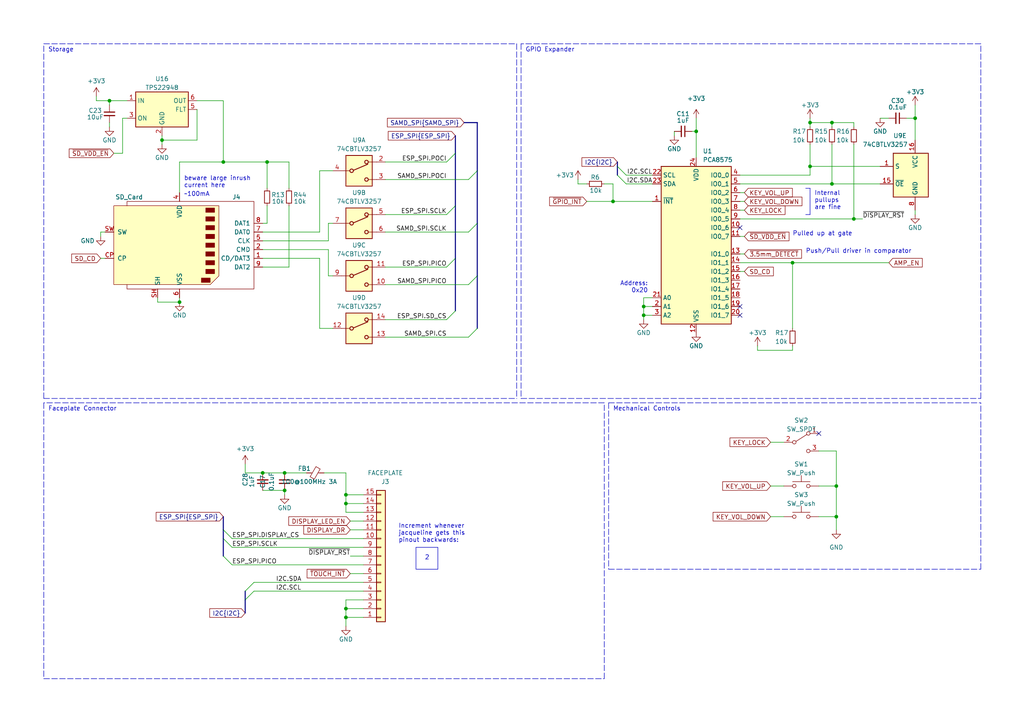
<source format=kicad_sch>
(kicad_sch (version 20230121) (generator eeschema)
  (paper "A4")
  (title_block (title "TANGARA") (date "2023-05-30") (rev "4") (company "made by jacqueline") (comment 1 "SPDX-License-Identifier: CERN-OHL-S-2.0"))
  (lib_symbols
    (symbol "74xx:74CBTLV3257"
      (property "Reference" "U" (at 17.78 1.27 0))
      (property "Value" "74CBTLV3257" (at 15.24 -1.27 0))
      (symbol "74CBTLV3257_1_1"
        (rectangle (start -3.81 4.445) (end 3.81 -4.445) (stroke (width 0.254)) (fill (type background)))
        (circle (center -2.159 0) (radius 0.508) (stroke (width 0.254)))
        (polyline (pts (xy -5.08 0) (xy -2.794 0)))
        (polyline (pts (xy -1.651 0.127) (xy 2.54 1.905)) (stroke (width 0.254)))
        (polyline (pts (xy 5.08 -2.54) (xy 2.794 -2.54)))
        (polyline (pts (xy 5.08 2.54) (xy 2.794 2.54)))
        (circle (center 2.159 -2.54) (radius 0.508) (stroke (width 0.254)))
        (circle (center 2.159 2.54) (radius 0.508) (stroke (width 0.254)))
        (pin passive line (at 7.62 2.54 180) (length 2.54) (name "~") (number "2"))
        (pin passive line (at 7.62 -2.54 180) (length 2.54) (name "~") (number "3"))
        (pin passive line (at -7.62 0 0) (length 2.54) (name "~") (number "4"))
      )
      (symbol "74CBTLV3257_2_1"
        (rectangle (start -3.81 4.445) (end 3.81 -4.445) (stroke (width 0.254)) (fill (type background)))
        (circle (center -2.159 0) (radius 0.508) (stroke (width 0.254)))
        (polyline (pts (xy -5.08 0) (xy -2.794 0)))
        (polyline (pts (xy -1.651 0.127) (xy 2.54 1.905)) (stroke (width 0.254)))
        (polyline (pts (xy 5.08 -2.54) (xy 2.794 -2.54)))
        (polyline (pts (xy 5.08 2.54) (xy 2.794 2.54)))
        (circle (center 2.159 -2.54) (radius 0.508) (stroke (width 0.254)))
        (circle (center 2.159 2.54) (radius 0.508) (stroke (width 0.254)))
        (pin passive line (at 7.62 2.54 180) (length 2.54) (name "~") (number "5"))
        (pin passive line (at 7.62 -2.54 180) (length 2.54) (name "~") (number "6"))
        (pin passive line (at -7.62 0 0) (length 2.54) (name "~") (number "7"))
      )
      (symbol "74CBTLV3257_3_1"
        (rectangle (start -3.81 4.445) (end 3.81 -4.445) (stroke (width 0.254)) (fill (type background)))
        (circle (center -2.159 0) (radius 0.508) (stroke (width 0.254)))
        (polyline (pts (xy -5.08 0) (xy -2.794 0)))
        (polyline (pts (xy -1.651 0.127) (xy 2.54 1.905)) (stroke (width 0.254)))
        (polyline (pts (xy 5.08 -2.54) (xy 2.794 -2.54)))
        (polyline (pts (xy 5.08 2.54) (xy 2.794 2.54)))
        (circle (center 2.159 -2.54) (radius 0.508) (stroke (width 0.254)))
        (circle (center 2.159 2.54) (radius 0.508) (stroke (width 0.254)))
        (pin passive line (at 7.62 -2.54 180) (length 2.54) (name "~") (number "10"))
        (pin passive line (at 7.62 2.54 180) (length 2.54) (name "~") (number "11"))
        (pin passive line (at -7.62 0 0) (length 2.54) (name "~") (number "9"))
      )
      (symbol "74CBTLV3257_4_1"
        (rectangle (start -3.81 4.445) (end 3.81 -4.445) (stroke (width 0.254)) (fill (type background)))
        (circle (center -2.159 0) (radius 0.508) (stroke (width 0.254)))
        (polyline (pts (xy -5.08 0) (xy -2.794 0)))
        (polyline (pts (xy -1.651 0.127) (xy 2.54 1.905)) (stroke (width 0.254)))
        (polyline (pts (xy 5.08 -2.54) (xy 2.794 -2.54)))
        (polyline (pts (xy 5.08 2.54) (xy 2.794 2.54)))
        (circle (center 2.159 -2.54) (radius 0.508) (stroke (width 0.254)))
        (circle (center 2.159 2.54) (radius 0.508) (stroke (width 0.254)))
        (pin passive line (at -7.62 0 0) (length 2.54) (name "~") (number "12"))
        (pin passive line (at 7.62 -2.54 180) (length 2.54) (name "~") (number "13"))
        (pin passive line (at 7.62 2.54 180) (length 2.54) (name "~") (number "14"))
      )
      (symbol "74CBTLV3257_5_1"
        (rectangle (start 3.81 6.35) (end -6.35 -6.35) (stroke (width 0.254)) (fill (type background)))
        (pin input line (at -10.16 2.54 0) (length 3.81) (name "S") (number "1"))
        (pin input line (at -10.16 -2.54 0) (length 3.81) (name "~{OE}") (number "15"))
        (pin power_in line (at 0 10.16 270) (length 3.81) (name "VCC") (number "16"))
        (pin power_in line (at 0 -10.16 90) (length 3.81) (name "GND") (number "8"))
      )
    )
    (symbol "Connector_Generic:Conn_01x15" (pin_names (offset 1.016) hide)
      (property "Reference" "J" (at 0 20.32 0))
      (property "Value" "Conn_01x15" (at 0 -20.32 0))
      (symbol "Conn_01x15_1_1"
        (rectangle (start -1.27 -17.653) (end 0 -17.907) (stroke (width 0.1524)))
        (rectangle (start -1.27 -15.113) (end 0 -15.367) (stroke (width 0.1524)))
        (rectangle (start -1.27 -12.573) (end 0 -12.827) (stroke (width 0.1524)))
        (rectangle (start -1.27 -10.033) (end 0 -10.287) (stroke (width 0.1524)))
        (rectangle (start -1.27 -7.493) (end 0 -7.747) (stroke (width 0.1524)))
        (rectangle (start -1.27 -4.953) (end 0 -5.207) (stroke (width 0.1524)))
        (rectangle (start -1.27 -2.413) (end 0 -2.667) (stroke (width 0.1524)))
        (rectangle (start -1.27 0.127) (end 0 -0.127) (stroke (width 0.1524)))
        (rectangle (start -1.27 2.667) (end 0 2.413) (stroke (width 0.1524)))
        (rectangle (start -1.27 5.207) (end 0 4.953) (stroke (width 0.1524)))
        (rectangle (start -1.27 7.747) (end 0 7.493) (stroke (width 0.1524)))
        (rectangle (start -1.27 10.287) (end 0 10.033) (stroke (width 0.1524)))
        (rectangle (start -1.27 12.827) (end 0 12.573) (stroke (width 0.1524)))
        (rectangle (start -1.27 15.367) (end 0 15.113) (stroke (width 0.1524)))
        (rectangle (start -1.27 17.907) (end 0 17.653) (stroke (width 0.1524)))
        (rectangle (start -1.27 19.05) (end 1.27 -19.05) (stroke (width 0.254)) (fill (type background)))
        (pin passive line (at -5.08 17.78 0) (length 3.81) (name "Pin_1") (number "1"))
        (pin passive line (at -5.08 -5.08 0) (length 3.81) (name "Pin_10") (number "10"))
        (pin passive line (at -5.08 -7.62 0) (length 3.81) (name "Pin_11") (number "11"))
        (pin passive line (at -5.08 -10.16 0) (length 3.81) (name "Pin_12") (number "12"))
        (pin passive line (at -5.08 -12.7 0) (length 3.81) (name "Pin_13") (number "13"))
        (pin passive line (at -5.08 -15.24 0) (length 3.81) (name "Pin_14") (number "14"))
        (pin passive line (at -5.08 -17.78 0) (length 3.81) (name "Pin_15") (number "15"))
        (pin passive line (at -5.08 15.24 0) (length 3.81) (name "Pin_2") (number "2"))
        (pin passive line (at -5.08 12.7 0) (length 3.81) (name "Pin_3") (number "3"))
        (pin passive line (at -5.08 10.16 0) (length 3.81) (name "Pin_4") (number "4"))
        (pin passive line (at -5.08 7.62 0) (length 3.81) (name "Pin_5") (number "5"))
        (pin passive line (at -5.08 5.08 0) (length 3.81) (name "Pin_6") (number "6"))
        (pin passive line (at -5.08 2.54 0) (length 3.81) (name "Pin_7") (number "7"))
        (pin passive line (at -5.08 0 0) (length 3.81) (name "Pin_8") (number "8"))
        (pin passive line (at -5.08 -2.54 0) (length 3.81) (name "Pin_9") (number "9"))
      )
    )
    (symbol "Device:C_Small" (pin_numbers hide) (pin_names (offset 0.254) hide)
      (property "Reference" "C" (at 0.254 1.778 0))
      (property "Value" "C_Small" (at 0.254 -2.032 0))
      (symbol "C_Small_0_1"
        (polyline (pts (xy -1.524 -0.508) (xy 1.524 -0.508)) (stroke (width 0.3302)))
        (polyline (pts (xy -1.524 0.508) (xy 1.524 0.508)) (stroke (width 0.3048)))
      )
      (symbol "C_Small_1_1"
        (pin passive line (at 0 2.54 270) (length 2.032) (name "~") (number "1"))
        (pin passive line (at 0 -2.54 90) (length 2.032) (name "~") (number "2"))
      )
    )
    (symbol "Device:Ferrite_Bead_Small" (pin_numbers hide) (pin_names (offset 0))
      (property "Reference" "FB" (at 1.905 1.27 0))
      (property "Value" "Device_Ferrite_Bead_Small" (at 1.905 -1.27 0))
      (symbol "Ferrite_Bead_Small_0_1"
        (polyline (pts (xy 0 -1.27) (xy 0 -0.7874)))
        (polyline (pts (xy 0 0.889) (xy 0 1.2954)))
        (polyline (pts (xy -1.8288 0.2794) (xy -1.1176 1.4986) (xy 1.8288 -0.2032) (xy 1.1176 -1.4224) (xy -1.8288 0.2794)))
      )
      (symbol "Ferrite_Bead_Small_1_1"
        (pin passive line (at 0 2.54 270) (length 1.27) (name "~") (number "1"))
        (pin passive line (at 0 -2.54 90) (length 1.27) (name "~") (number "2"))
      )
    )
    (symbol "Device:R_Small" (pin_numbers hide) (pin_names (offset 0.254) hide)
      (property "Reference" "R" (at 0.762 0.508 0))
      (property "Value" "R_Small" (at 0.762 -1.016 0))
      (symbol "R_Small_0_1"
        (rectangle (start -0.762 1.778) (end 0.762 -1.778) (stroke (width 0.2032)))
      )
      (symbol "R_Small_1_1"
        (pin passive line (at 0 2.54 270) (length 0.762) (name "~") (number "1"))
        (pin passive line (at 0 -2.54 90) (length 0.762) (name "~") (number "2"))
      )
    )
    (symbol "Interface_Expansion:PCA9555D"
      (property "Reference" "U" (at -8.89 24.13 0))
      (property "Value" "PCA9555D" (at 6.35 24.13 0))
      (symbol "PCA9555D_0_1"
        (rectangle (start -10.16 22.86) (end 10.16 -22.86) (stroke (width 0.254)) (fill (type background)))
      )
      (symbol "PCA9555D_1_1"
        (pin open_collector line (at -12.7 12.7 0) (length 2.54) (name "~{INT}") (number "1"))
        (pin bidirectional line (at 12.7 5.08 180) (length 2.54) (name "IO0_6") (number "10"))
        (pin bidirectional line (at 12.7 2.54 180) (length 2.54) (name "IO0_7") (number "11"))
        (pin power_in line (at 0 -25.4 90) (length 2.54) (name "VSS") (number "12"))
        (pin bidirectional line (at 12.7 -2.54 180) (length 2.54) (name "IO1_0") (number "13"))
        (pin bidirectional line (at 12.7 -5.08 180) (length 2.54) (name "IO1_1") (number "14"))
        (pin bidirectional line (at 12.7 -7.62 180) (length 2.54) (name "IO1_2") (number "15"))
        (pin bidirectional line (at 12.7 -10.16 180) (length 2.54) (name "IO1_3") (number "16"))
        (pin bidirectional line (at 12.7 -12.7 180) (length 2.54) (name "IO1_4") (number "17"))
        (pin bidirectional line (at 12.7 -15.24 180) (length 2.54) (name "IO1_5") (number "18"))
        (pin bidirectional line (at 12.7 -17.78 180) (length 2.54) (name "IO1_6") (number "19"))
        (pin input line (at -12.7 -17.78 0) (length 2.54) (name "A1") (number "2"))
        (pin bidirectional line (at 12.7 -20.32 180) (length 2.54) (name "IO1_7") (number "20"))
        (pin input line (at -12.7 -15.24 0) (length 2.54) (name "A0") (number "21"))
        (pin input line (at -12.7 20.32 0) (length 2.54) (name "SCL") (number "22"))
        (pin bidirectional line (at -12.7 17.78 0) (length 2.54) (name "SDA") (number "23"))
        (pin power_in line (at 0 25.4 270) (length 2.54) (name "VDD") (number "24"))
        (pin input line (at -12.7 -20.32 0) (length 2.54) (name "A2") (number "3"))
        (pin bidirectional line (at 12.7 20.32 180) (length 2.54) (name "IO0_0") (number "4"))
        (pin bidirectional line (at 12.7 17.78 180) (length 2.54) (name "IO0_1") (number "5"))
        (pin bidirectional line (at 12.7 15.24 180) (length 2.54) (name "IO0_2") (number "6"))
        (pin bidirectional line (at 12.7 12.7 180) (length 2.54) (name "IO0_3") (number "7"))
        (pin bidirectional line (at 12.7 10.16 180) (length 2.54) (name "IO0_4") (number "8"))
        (pin bidirectional line (at 12.7 7.62 180) (length 2.54) (name "IO0_5") (number "9"))
      )
    )
    (symbol "Switch:SW_Push" (pin_numbers hide) (pin_names (offset 1.016) hide)
      (property "Reference" "SW" (at 1.27 2.54 0))
      (property "Value" "SW_Push" (at 0 -1.524 0))
      (symbol "SW_Push_0_1"
        (circle (center -2.032 0) (radius 0.508))
        (polyline (pts (xy 0 1.27) (xy 0 3.048)))
        (polyline (pts (xy 2.54 1.27) (xy -2.54 1.27)))
        (circle (center 2.032 0) (radius 0.508))
        (pin passive line (at -5.08 0 0) (length 2.54) (name "1") (number "1"))
        (pin passive line (at 5.08 0 180) (length 2.54) (name "2") (number "2"))
      )
    )
    (symbol "Switch:SW_SPDT" (pin_names (offset 0) hide)
      (property "Reference" "SW" (at 0 4.318 0))
      (property "Value" "SW_SPDT" (at 0 -5.08 0))
      (symbol "SW_SPDT_0_0"
        (circle (center -2.032 0) (radius 0.508))
        (circle (center 2.032 -2.54) (radius 0.508))
      )
      (symbol "SW_SPDT_0_1"
        (polyline (pts (xy -1.524 0.254) (xy 1.651 2.286)))
        (circle (center 2.032 2.54) (radius 0.508))
      )
      (symbol "SW_SPDT_1_1"
        (pin passive line (at 5.08 2.54 180) (length 2.54) (name "A") (number "1"))
        (pin passive line (at -5.08 0 0) (length 2.54) (name "B") (number "2"))
        (pin passive line (at 5.08 -2.54 180) (length 2.54) (name "C") (number "3"))
      )
    )
    (symbol "power:+3V3" (power) (pin_names (offset 0))
      (property "Value" "+3V3" (at 0 3.556 0))
      (symbol "+3V3_0_1"
        (polyline (pts (xy -0.762 1.27) (xy 0 2.54)))
        (polyline (pts (xy 0 0) (xy 0 2.54)))
        (polyline (pts (xy 0 2.54) (xy 0.762 1.27)))
      )
      (symbol "+3V3_1_1"
        (pin power_in line (at 0 0 90) (length 0) hide (name "+3V3") (number "1"))
      )
    )
    (symbol "power:GND" (power) (pin_names (offset 0))
      (property "Value" "GND" (at 0 -3.81 0))
      (symbol "GND_0_1"
        (polyline (pts (xy 0 0) (xy 0 -1.27) (xy 1.27 -1.27) (xy 0 -2.54) (xy -1.27 -1.27) (xy 0 -1.27)))
      )
      (symbol "GND_1_1"
        (pin power_in line (at 0 0 270) (length 0) hide (name "GND") (number "1"))
      )
    )
    (symbol "symbols:SD_Card" (pin_names (offset 1.016))
      (property "Reference" "J" (at -16.51 13.97 0))
      (property "Value" "SD_Card" (at 15.24 -13.97 0))
      (symbol "SD_Card_0_1"
        (rectangle (start -8.89 -9.525) (end -6.35 -10.795) (fill (type outline)))
        (rectangle (start -8.89 -6.985) (end -6.35 -8.255) (fill (type outline)))
        (rectangle (start -8.89 -4.445) (end -6.35 -5.715) (fill (type outline)))
        (rectangle (start -8.89 -1.905) (end -6.35 -3.175) (fill (type outline)))
        (rectangle (start -8.89 0.635) (end -6.35 -0.635) (fill (type outline)))
        (rectangle (start -8.89 3.175) (end -6.35 1.905) (fill (type outline)))
        (rectangle (start -8.89 5.715) (end -6.35 4.445) (fill (type outline)))
        (rectangle (start -8.89 8.255) (end -6.35 6.985) (fill (type outline)))
        (rectangle (start -7.62 10.795) (end -5.08 9.525) (fill (type outline)))
        (polyline (pts (xy -10.16 8.89) (xy -7.62 11.43) (xy 20.32 11.43) (xy 20.32 -11.43) (xy -10.16 -11.43) (xy -10.16 8.89)) (fill (type background)))
        (polyline (pts (xy 16.51 11.43) (xy 16.51 12.7) (xy -20.32 12.7) (xy -20.32 -12.7) (xy 16.51 -12.7) (xy 16.51 -11.43)))
      )
      (symbol "SD_Card_1_1"
        (pin input line (at -22.86 3.81 0) (length 2.54) (name "CD/DAT3") (number "1"))
        (pin input line (at -22.86 1.27 0) (length 2.54) (name "CMD") (number "2"))
        (pin power_in line (at 1.27 15.24 270) (length 2.54) hide (name "VSS") (number "3"))
        (pin power_in line (at 1.27 -15.24 90) (length 2.54) (name "VDD") (number "4"))
        (pin input line (at -22.86 -1.27 0) (length 2.54) (name "CLK") (number "5"))
        (pin power_in line (at 1.27 15.24 270) (length 2.54) (name "VSS") (number "6"))
        (pin input line (at -22.86 -3.81 0) (length 2.54) (name "DAT0") (number "7"))
        (pin input line (at -22.86 -6.35 0) (length 2.54) (name "DAT1") (number "8"))
        (pin input line (at -22.86 6.35 0) (length 2.54) (name "DAT2") (number "9"))
        (pin input line (at 22.86 3.81 180) (length 2.54) (name "CP") (number "CP"))
        (pin input line (at 7.62 15.24 270) (length 2.54) (name "SH") (number "SH"))
        (pin input line (at 22.86 -3.81 180) (length 2.54) (name "SW") (number "SW"))
      )
    )
    (symbol "symbols:TPS22917DBV"
      (property "Reference" "U" (at -6.35 6.35 0))
      (property "Value" "TPS22948" (at 2.54 6.35 0))
      (symbol "TPS22917DBV_0_1"
        (rectangle (start -7.62 5.08) (end 7.62 -5.08) (stroke (width 0.254)) (fill (type background)))
      )
      (symbol "TPS22917DBV_1_1"
        (pin power_in line (at -10.16 2.54 0) (length 2.54) (name "IN") (number "1"))
        (pin power_in line (at 0 -7.62 90) (length 2.54) (name "GND") (number "2"))
        (pin input line (at -10.16 -2.54 0) (length 2.54) (name "ON") (number "3"))
        (pin no_connect line (at -7.62 0 0) (length 2.54) hide (name "NC") (number "4"))
        (pin open_collector line (at 10.16 0 180) (length 2.54) (name "FLT") (number "5"))
        (pin power_out line (at 10.16 2.54 180) (length 2.54) (name "OUT") (number "6"))
      )
    )
  )
  (junction (at 82.55 137.16))
  (junction (at 186.69 91.44))
  (junction (at 100.33 146.05))
  (junction (at 46.99 40.64))
  (junction (at 64.77 46.99))
  (junction (at 52.07 87.63))
  (junction (at 100.33 176.53))
  (junction (at 234.95 48.26))
  (junction (at 100.33 179.07))
  (junction (at 265.43 34.29))
  (junction (at 76.2 137.16))
  (junction (at 82.55 142.24))
  (junction (at 242.57 149.86))
  (junction (at 234.95 35.56))
  (junction (at 241.3 53.34))
  (junction (at 100.33 143.51))
  (junction (at 229.87 76.2))
  (junction (at 31.75 29.21))
  (junction (at 201.93 38.1))
  (junction (at 186.69 88.9))
  (junction (at 241.3 35.56))
  (junction (at 247.65 63.5))
  (junction (at 242.57 140.97))
  (junction (at 77.47 46.99))
  (junction (at 177.8 58.42))
  (no_connect (at 214.63 91.44))
  (no_connect (at 237.49 125.73))
  (no_connect (at 214.63 88.9))
  (no_connect (at 214.63 66.04))
  (bus_entry (at 67.31 158.75) (size -2.54 -2.54))
  (bus_entry (at 179.07 48.26) (size 2.54 2.54))
  (bus_entry (at 129.54 77.47) (size 2.54 -2.54))
  (bus_entry (at 129.54 92.71) (size 2.54 -2.54))
  (bus_entry (at 129.54 46.99) (size 2.54 -2.54))
  (bus_entry (at 129.54 62.23) (size 2.54 -2.54))
  (bus_entry (at 179.07 50.8) (size 2.54 2.54))
  (bus_entry (at 135.89 52.07) (size 2.54 -2.54))
  (bus_entry (at 135.89 82.55) (size 2.54 -2.54))
  (bus_entry (at 135.89 67.31) (size 2.54 -2.54))
  (bus_entry (at 67.31 163.83) (size -2.54 -2.54))
  (bus_entry (at 71.12 171.45) (size 2.54 -2.54))
  (bus_entry (at 71.12 173.99) (size 2.54 -2.54))
  (bus_entry (at 135.89 97.79) (size 2.54 -2.54))
  (bus_entry (at 67.31 156.21) (size -2.54 -2.54))
  (wire (pts (xy 186.69 88.9) (xy 186.69 91.44)))
  (wire (pts (xy 186.69 91.44) (xy 186.69 92.71)))
  (bus (pts (xy 64.77 153.67) (xy 64.77 156.21)))
  (wire (pts (xy 242.57 140.97) (xy 242.57 149.86)))
  (wire (pts (xy 67.31 156.21) (xy 105.41 156.21)))
  (polyline (pts (xy 12.7 12.7) (xy 149.86 12.7)) (stroke (width 0) (type dash)))
  (polyline (pts (xy 176.53 116.84) (xy 176.53 165.1)) (stroke (width 0) (type dash)))
  (wire (pts (xy 219.71 100.33) (xy 219.71 101.6)))
  (wire (pts (xy 93.98 137.16) (xy 100.33 137.16)))
  (wire (pts (xy 237.49 130.81) (xy 242.57 130.81)))
  (wire (pts (xy 234.95 41.91) (xy 234.95 48.26)))
  (wire (pts (xy 76.2 142.24) (xy 82.55 142.24)))
  (wire (pts (xy 250.19 63.5) (xy 247.65 63.5)))
  (bus (pts (xy 134.62 35.56) (xy 138.43 35.56)))
  (polyline (pts (xy 234.95 62.23) (xy 234.95 54.61)))
  (wire (pts (xy 100.33 179.07) (xy 105.41 179.07)))
  (bus (pts (xy 71.12 171.45) (xy 71.12 173.99)))
  (wire (pts (xy 52.07 87.63) (xy 52.07 86.36)))
  (wire (pts (xy 265.43 30.48) (xy 265.43 34.29)))
  (wire (pts (xy 201.93 34.29) (xy 201.93 38.1)))
  (wire (pts (xy 92.71 49.53) (xy 92.71 67.31)))
  (wire (pts (xy 57.15 40.64) (xy 46.99 40.64)))
  (wire (pts (xy 214.63 76.2) (xy 229.87 76.2)))
  (wire (pts (xy 57.15 29.21) (xy 64.77 29.21)))
  (wire (pts (xy 101.6 153.67) (xy 105.41 153.67)))
  (wire (pts (xy 177.8 53.34) (xy 177.8 58.42)))
  (wire (pts (xy 77.47 46.99) (xy 83.82 46.99)))
  (bus (pts (xy 132.08 44.45) (xy 132.08 59.69)))
  (wire (pts (xy 234.95 50.8) (xy 234.95 48.26)))
  (wire (pts (xy 31.75 35.56) (xy 31.75 36.83)))
  (wire (pts (xy 242.57 130.81) (xy 242.57 140.97)))
  (wire (pts (xy 175.26 53.34) (xy 177.8 53.34)))
  (wire (pts (xy 241.3 35.56) (xy 247.65 35.56)))
  (polyline (pts (xy 176.53 116.84) (xy 284.48 116.84)) (stroke (width 0) (type dash)))
  (wire (pts (xy 214.63 58.42) (xy 215.9 58.42)))
  (wire (pts (xy 35.56 34.29) (xy 35.56 44.45)))
  (wire (pts (xy 170.18 58.42) (xy 177.8 58.42)))
  (wire (pts (xy 214.63 53.34) (xy 241.3 53.34)))
  (wire (pts (xy 95.25 72.39) (xy 95.25 80.01)))
  (polyline (pts (xy 151.13 12.7) (xy 151.13 115.57)) (stroke (width 0) (type dash)))
  (wire (pts (xy 247.65 41.91) (xy 247.65 63.5)))
  (wire (pts (xy 76.2 137.16) (xy 82.55 137.16)))
  (wire (pts (xy 100.33 181.61) (xy 100.33 179.07)))
  (wire (pts (xy 67.31 158.75) (xy 105.41 158.75)))
  (wire (pts (xy 181.61 53.34) (xy 189.23 53.34)))
  (wire (pts (xy 31.75 29.21) (xy 31.75 30.48)))
  (wire (pts (xy 100.33 176.53) (xy 100.33 179.07)))
  (wire (pts (xy 92.71 74.93) (xy 92.71 95.25)))
  (wire (pts (xy 100.33 137.16) (xy 100.33 143.51)))
  (wire (pts (xy 45.72 86.36) (xy 45.72 87.63)))
  (wire (pts (xy 111.76 97.79) (xy 135.89 97.79)))
  (wire (pts (xy 167.64 53.34) (xy 170.18 53.34)))
  (wire (pts (xy 76.2 67.31) (xy 92.71 67.31)))
  (wire (pts (xy 29.21 67.31) (xy 29.21 68.58)))
  (polyline (pts (xy 151.13 115.57) (xy 284.48 115.57)) (stroke (width 0) (type dash)))
  (wire (pts (xy 71.12 137.16) (xy 76.2 137.16)))
  (wire (pts (xy 46.99 39.37) (xy 46.99 40.64)))
  (wire (pts (xy 247.65 35.56) (xy 247.65 36.83)))
  (bus (pts (xy 132.08 74.93) (xy 132.08 90.17)))
  (wire (pts (xy 189.23 88.9) (xy 186.69 88.9)))
  (wire (pts (xy 64.77 29.21) (xy 64.77 46.99)))
  (wire (pts (xy 189.23 86.36) (xy 186.69 86.36)))
  (wire (pts (xy 237.49 140.97) (xy 242.57 140.97)))
  (wire (pts (xy 200.66 38.1) (xy 201.93 38.1)))
  (bus (pts (xy 138.43 35.56) (xy 138.43 49.53)))
  (wire (pts (xy 95.25 80.01) (xy 96.52 80.01)))
  (wire (pts (xy 71.12 134.62) (xy 71.12 137.16)))
  (wire (pts (xy 229.87 100.33) (xy 229.87 101.6)))
  (bus (pts (xy 179.07 46.99) (xy 179.07 48.26)))
  (wire (pts (xy 101.6 161.29) (xy 105.41 161.29)))
  (wire (pts (xy 92.71 95.25) (xy 96.52 95.25)))
  (wire (pts (xy 33.02 44.45) (xy 35.56 44.45)))
  (wire (pts (xy 64.77 46.99) (xy 77.47 46.99)))
  (polyline (pts (xy 284.48 165.1) (xy 284.48 116.84)) (stroke (width 0) (type dash)))
  (wire (pts (xy 215.9 68.58) (xy 214.63 68.58)))
  (wire (pts (xy 255.27 34.29) (xy 257.81 34.29)))
  (wire (pts (xy 77.47 46.99) (xy 77.47 54.61)))
  (wire (pts (xy 214.63 55.88) (xy 215.9 55.88)))
  (wire (pts (xy 95.25 69.85) (xy 95.25 64.77)))
  (wire (pts (xy 234.95 48.26) (xy 255.27 48.26)))
  (wire (pts (xy 214.63 50.8) (xy 234.95 50.8)))
  (wire (pts (xy 111.76 92.71) (xy 129.54 92.71)))
  (wire (pts (xy 57.15 31.75) (xy 57.15 40.64)))
  (wire (pts (xy 234.95 35.56) (xy 234.95 36.83)))
  (polyline (pts (xy 12.7 196.85) (xy 175.26 196.85)) (stroke (width 0) (type dash)))
  (wire (pts (xy 100.33 143.51) (xy 105.41 143.51)))
  (wire (pts (xy 177.8 58.42) (xy 189.23 58.42)))
  (wire (pts (xy 111.76 77.47) (xy 129.54 77.47)))
  (wire (pts (xy 111.76 52.07) (xy 135.89 52.07)))
  (wire (pts (xy 101.6 166.37) (xy 105.41 166.37)))
  (wire (pts (xy 73.66 171.45) (xy 105.41 171.45)))
  (bus (pts (xy 179.07 48.26) (xy 179.07 50.8)))
  (wire (pts (xy 195.58 38.1) (xy 195.58 39.37)))
  (wire (pts (xy 167.64 52.07) (xy 167.64 53.34)))
  (wire (pts (xy 83.82 54.61) (xy 83.82 46.99)))
  (wire (pts (xy 219.71 101.6) (xy 229.87 101.6)))
  (wire (pts (xy 215.9 73.66) (xy 214.63 73.66)))
  (polyline (pts (xy 12.7 115.57) (xy 149.86 115.57)) (stroke (width 0) (type dash)))
  (wire (pts (xy 247.65 63.5) (xy 214.63 63.5)))
  (bus (pts (xy 138.43 64.77) (xy 138.43 80.01)))
  (wire (pts (xy 241.3 53.34) (xy 255.27 53.34)))
  (wire (pts (xy 229.87 76.2) (xy 257.81 76.2)))
  (polyline (pts (xy 175.26 196.85) (xy 175.26 116.84)) (stroke (width 0) (type dash)))
  (wire (pts (xy 100.33 148.59) (xy 100.33 146.05)))
  (wire (pts (xy 265.43 34.29) (xy 265.43 40.64)))
  (polyline (pts (xy 12.7 115.57) (xy 12.7 12.7)) (stroke (width 0) (type dash)))
  (wire (pts (xy 105.41 146.05) (xy 100.33 146.05)))
  (polyline (pts (xy 176.53 165.1) (xy 284.48 165.1)) (stroke (width 0) (type dash)))
  (wire (pts (xy 265.43 62.23) (xy 265.43 60.96)))
  (wire (pts (xy 46.99 41.91) (xy 46.99 40.64)))
  (wire (pts (xy 111.76 82.55) (xy 135.89 82.55)))
  (polyline (pts (xy 12.7 116.84) (xy 12.7 196.85)) (stroke (width 0) (type dash)))
  (bus (pts (xy 64.77 156.21) (xy 64.77 161.29)))
  (bus (pts (xy 132.08 39.37) (xy 132.08 44.45)))
  (wire (pts (xy 73.66 168.91) (xy 105.41 168.91)))
  (wire (pts (xy 52.07 55.88) (xy 52.07 46.99)))
  (wire (pts (xy 27.94 29.21) (xy 31.75 29.21)))
  (wire (pts (xy 111.76 67.31) (xy 135.89 67.31)))
  (polyline (pts (xy 175.26 116.84) (xy 12.7 116.84)) (stroke (width 0) (type dash)))
  (wire (pts (xy 77.47 59.69) (xy 77.47 64.77)))
  (wire (pts (xy 201.93 38.1) (xy 201.93 45.72)))
  (wire (pts (xy 234.95 35.56) (xy 241.3 35.56)))
  (wire (pts (xy 82.55 142.24) (xy 82.55 143.51)))
  (polyline (pts (xy 233.68 62.23) (xy 234.95 62.23)))
  (bus (pts (xy 132.08 59.69) (xy 132.08 74.93)))
  (wire (pts (xy 36.83 34.29) (xy 35.56 34.29)))
  (wire (pts (xy 101.6 151.13) (xy 105.41 151.13)))
  (wire (pts (xy 83.82 59.69) (xy 83.82 77.47)))
  (wire (pts (xy 96.52 49.53) (xy 92.71 49.53)))
  (wire (pts (xy 31.75 29.21) (xy 36.83 29.21)))
  (wire (pts (xy 76.2 64.77) (xy 77.47 64.77)))
  (polyline (pts (xy 284.48 12.7) (xy 151.13 12.7)) (stroke (width 0) (type dash)))
  (wire (pts (xy 30.48 67.31) (xy 29.21 67.31)))
  (wire (pts (xy 76.2 72.39) (xy 95.25 72.39)))
  (polyline (pts (xy 233.68 54.61) (xy 234.95 54.61)))
  (wire (pts (xy 105.41 148.59) (xy 100.33 148.59)))
  (wire (pts (xy 241.3 41.91) (xy 241.3 53.34)))
  (wire (pts (xy 262.89 34.29) (xy 265.43 34.29)))
  (wire (pts (xy 100.33 173.99) (xy 100.33 176.53)))
  (wire (pts (xy 76.2 74.93) (xy 92.71 74.93)))
  (polyline (pts (xy 149.86 12.7) (xy 149.86 115.57)) (stroke (width 0) (type dash)))
  (wire (pts (xy 111.76 46.99) (xy 129.54 46.99)))
  (wire (pts (xy 215.9 78.74) (xy 214.63 78.74)))
  (wire (pts (xy 234.95 34.29) (xy 234.95 35.56)))
  (wire (pts (xy 82.55 137.16) (xy 88.9 137.16)))
  (wire (pts (xy 111.76 62.23) (xy 129.54 62.23)))
  (bus (pts (xy 64.77 149.86) (xy 64.77 153.67)))
  (wire (pts (xy 76.2 69.85) (xy 95.25 69.85)))
  (wire (pts (xy 181.61 50.8) (xy 189.23 50.8)))
  (wire (pts (xy 95.25 64.77) (xy 96.52 64.77)))
  (wire (pts (xy 237.49 149.86) (xy 242.57 149.86)))
  (bus (pts (xy 71.12 173.99) (xy 71.12 177.8)))
  (wire (pts (xy 100.33 146.05) (xy 100.33 143.51)))
  (wire (pts (xy 189.23 91.44) (xy 186.69 91.44)))
  (wire (pts (xy 45.72 87.63) (xy 52.07 87.63)))
  (wire (pts (xy 242.57 149.86) (xy 242.57 153.67)))
  (polyline (pts (xy 284.48 115.57) (xy 284.48 12.7)) (stroke (width 0) (type dash)))
  (wire (pts (xy 27.94 27.94) (xy 27.94 29.21)))
  (wire (pts (xy 186.69 86.36) (xy 186.69 88.9)))
  (wire (pts (xy 223.52 140.97) (xy 227.33 140.97)))
  (wire (pts (xy 52.07 46.99) (xy 64.77 46.99)))
  (bus (pts (xy 138.43 49.53) (xy 138.43 64.77)))
  (wire (pts (xy 215.9 60.96) (xy 214.63 60.96)))
  (wire (pts (xy 105.41 176.53) (xy 100.33 176.53)))
  (wire (pts (xy 76.2 77.47) (xy 83.82 77.47)))
  (wire (pts (xy 105.41 173.99) (xy 100.33 173.99)))
  (wire (pts (xy 223.52 149.86) (xy 227.33 149.86)))
  (bus (pts (xy 138.43 80.01) (xy 138.43 95.25)))
  (wire (pts (xy 67.31 163.83) (xy 105.41 163.83)))
  (wire (pts (xy 241.3 35.56) (xy 241.3 36.83)))
  (wire (pts (xy 229.87 76.2) (xy 229.87 95.25)))
  (wire (pts (xy 29.21 74.93) (xy 30.48 74.93)))
  (wire (pts (xy 223.52 128.27) (xy 227.33 128.27)))
  (rectangle (start 120.65 158.75) (end 127 165.1))
  (text "GPIO Expander" (at 152.4 15.24 0) (effects (font (size 1.27 1.27)) (justify left bottom)))
  (text "beware large inrush\ncurrent here" (at 53.34 54.61 0) (effects (font (size 1.27 1.27)) (justify left bottom)))
  (text "Internal\npullups\nare fine" (at 236.22 60.96 0) (effects (font (size 1.27 1.27)) (justify left bottom)))
  (text "~100mA" (at 53.34 57.15 0) (effects (font (size 1.27 1.27)) (justify left bottom)))
  (text "Increment whenever\njacqueline gets this\npinout backwards:" (at 115.57 157.48 0) (effects (font (size 1.27 1.27)) (justify left bottom)))
  (text "Pulled up at gate" (at 229.87 68.58 0) (effects (font (size 1.27 1.27)) (justify left bottom)))
  (text "Storage" (at 13.97 15.24 0) (effects (font (size 1.27 1.27)) (justify left bottom)))
  (text "Mechanical Controls" (at 177.8 119.38 0) (effects (font (size 1.27 1.27)) (justify left bottom)))
  (text "2" (at 123.19 162.56 0) (effects (font (size 1.27 1.27)) (justify left bottom)))
  (text "Push/Pull driver in comparator" (at 233.68 73.66 0) (effects (font (size 1.27 1.27)) (justify left bottom)))
  (text "Faceplate Connector" (at 13.97 119.38 0) (effects (font (size 1.27 1.27)) (justify left bottom)))
  (text "Address:\n0x20" (at 187.96 85.09 0) (effects (font (size 1.27 1.27)) (justify right bottom)))
  (label "SAMD_SPI.POCI" (at 129.54 52.07 180))
  (label "I2C.SDA" (at 80.01 168.91 0))
  (label "I2C.SCL" (at 189.23 50.8 180))
  (label "SAMD_SPI.PICO" (at 129.54 82.55 180))
  (label "ESP_SPI.PICO" (at 129.54 77.47 180))
  (label "ESP_SPI.SD_CS" (at 129.54 92.71 180))
  (label "ESP_SPI.POCI" (at 129.54 46.99 180))
  (label "ESP_SPI.PICO" (at 67.31 163.83 0))
  (label "SAMD_SPI.SCLK" (at 129.54 67.31 180))
  (label "~{DISPLAY_RST}" (at 101.6 161.29 180) (property "Intersheetrefs" "${INTERSHEET_REFS}" (effects hide)))
  (label "ESP_SPI.DISPLAY_CS" (at 67.31 156.21 0))
  (label "SAMD_SPI.CS" (at 129.54 97.79 180))
  (label "ESP_SPI.SCLK" (at 67.31 158.75 0))
  (label "I2C.SDA" (at 189.23 53.34 180))
  (label "~{DISPLAY_RST}" (at 250.19 63.5 0) (property "Intersheetrefs" "${INTERSHEET_REFS}" (effects hide)))
  (label "ESP_SPI.SCLK" (at 129.54 62.23 180))
  (label "I2C.SCL" (at 80.01 171.45 0))
  (global_label "ESP_SPI{ESP_SPI}" (shape input) (at 132.08 39.37 180) (property "Intersheetrefs" "${INTERSHEET_REFS}" (effects hide)))
  (global_label "DISPLAY_LED_EN" (shape input) (at 101.6 151.13 180) (property "Intersheetrefs" "${INTERSHEET_REFS}" (effects hide)))
  (global_label "KEY_VOL_DOWN" (shape input) (at 223.52 149.86 180) (property "Intersheetrefs" "${INTERSHEET_REFS}" (effects hide)))
  (global_label "KEY_LOCK" (shape input) (at 223.52 128.27 180) (property "Intersheetrefs" "${INTERSHEET_REFS}" (effects hide)))
  (global_label "SD_CD" (shape input) (at 29.21 74.93 180) (property "Intersheetrefs" "${INTERSHEET_REFS}" (effects hide)))
  (global_label "KEY_LOCK" (shape input) (at 215.9 60.96 0) (property "Intersheetrefs" "${INTERSHEET_REFS}" (effects hide)))
  (global_label "SD_CD" (shape input) (at 215.9 78.74 0) (property "Intersheetrefs" "${INTERSHEET_REFS}" (effects hide)))
  (global_label "I2C{I2C}" (shape input) (at 71.12 177.8 180) (property "Intersheetrefs" "${INTERSHEET_REFS}" (effects hide)))
  (global_label "SAMD_SPI{SAMD_SPI}" (shape input) (at 134.62 35.56 180) (property "Intersheetrefs" "${INTERSHEET_REFS}" (effects hide)))
  (global_label "KEY_VOL_UP" (shape input) (at 215.9 55.88 0) (property "Intersheetrefs" "${INTERSHEET_REFS}" (effects hide)))
  (global_label "~{SD_VDD_EN}" (shape input) (at 33.02 44.45 180) (property "Intersheetrefs" "${INTERSHEET_REFS}" (effects hide)))
  (global_label "~{3.5mm_DETECT}" (shape input) (at 215.9 73.66 0) (property "Intersheetrefs" "${INTERSHEET_REFS}" (effects hide)))
  (global_label "~{TOUCH_INT}" (shape input) (at 101.6 166.37 180) (property "Intersheetrefs" "${INTERSHEET_REFS}" (effects hide)))
  (global_label "I2C{I2C}" (shape input) (at 179.07 46.99 180) (property "Intersheetrefs" "${INTERSHEET_REFS}" (effects hide)))
  (global_label "~{SD_VDD_EN}" (shape input) (at 215.9 68.58 0) (property "Intersheetrefs" "${INTERSHEET_REFS}" (effects hide)))
  (global_label "ESP_SPI{ESP_SPI}" (shape input) (at 64.77 149.86 180) (property "Intersheetrefs" "${INTERSHEET_REFS}" (effects hide)))
  (global_label "DISPLAY_DR" (shape input) (at 101.6 153.67 180) (property "Intersheetrefs" "${INTERSHEET_REFS}" (effects hide)))
  (global_label "~{GPIO_INT}" (shape input) (at 170.18 58.42 180) (property "Intersheetrefs" "${INTERSHEET_REFS}" (effects hide)))
  (global_label "AMP_EN" (shape input) (at 257.81 76.2 0) (property "Intersheetrefs" "${INTERSHEET_REFS}" (effects hide)))
  (global_label "KEY_VOL_UP" (shape input) (at 223.52 140.97 180) (property "Intersheetrefs" "${INTERSHEET_REFS}" (effects hide)))
  (global_label "KEY_VOL_DOWN" (shape input) (at 215.9 58.42 0) (property "Intersheetrefs" "${INTERSHEET_REFS}" (effects hide)))
  (symbol (lib_id "Device:R_Small") (at 77.47 57.15 0) (unit 1)
    (property "Reference" "R13" (at 80.645 56.515 0))
    (property "Value" "10k" (at 80.645 58.42 0))
    (property "Footprint" "Resistor_SMD:R_0603_1608Metric" (effects hide))
    (property "MPN" "AC0603JR-0710KL" (effects hide))
  )
  (symbol (lib_id "power:GND") (at 242.57 153.67 0) (unit 1)
    (property "Reference" "#PWR0413" (effects hide))
    (property "Value" "GND" (at 242.57 158.75 0))
  )
  (symbol (lib_id "Device:C_Small") (at 260.35 34.29 270) (unit 1)
    (property "Reference" "C30" (at 260.35 29.21 90))
    (property "Value" "0.1uF" (at 260.35 31.115 90))
    (property "Footprint" "Capacitor_SMD:C_0603_1608Metric" (effects hide))
    (property "MPN" "GCM188R71C104KA37J" (effects hide))
  )
  (symbol (lib_id "Interface_Expansion:PCA9555D") (at 201.93 71.12 0) (unit 1)
    (property "Reference" "U1" (at 203.835 43.815 0) (effects (justify left)))
    (property "Value" "PCA8575" (at 203.835 46.355 0) (effects (justify left)))
    (property "Footprint" "Package_SO:SSOP-24_3.9x8.7mm_P0.635mm" (effects hide))
    (property "Datasheet" "https://www.nxp.com/docs/en/data-sheet/PCA9555.pdf" (effects hide))
    (property "MPN" "PCA8575DK" (effects hide))
  )
  (symbol (lib_id "Device:R_Small") (at 83.82 57.15 0) (unit 1)
    (property "Reference" "R44" (at 86.995 56.515 0))
    (property "Value" "10k" (at 86.995 58.42 0))
    (property "Footprint" "Resistor_SMD:R_0603_1608Metric" (effects hide))
    (property "MPN" "AC0603JR-0710KL" (effects hide))
  )
  (symbol (lib_id "Switch:SW_SPDT") (at 232.41 128.27 0) (unit 1)
    (property "Reference" "SW2" (at 232.41 121.92 0))
    (property "Value" "SW_SPDT" (at 232.41 124.46 0))
    (property "Footprint" "Button_Switch_SMD:SW_SPDT_CK-JS102011SAQN" (effects hide))
    (property "MPN" "JS102011SAQN" (effects hide))
  )
  (symbol (lib_id "Device:Ferrite_Bead_Small") (at 91.44 137.16 90) (unit 1)
    (property "Reference" "FB1" (at 90.17 135.89 90) (effects (justify left)))
    (property "Value" "100@100MHz 3A" (at 97.79 139.7 90) (effects (justify left)))
    (property "Footprint" "Inductor_SMD:L_0603_1608Metric" (effects hide))
    (property "MPN" "BLM18KG101TN1D" (effects hide))
    (instances (project "gay-ipod" (path "" (reference "FB1") (unit 1)) (path "" (reference "FB2") (unit 1))) (project "reform2-motherboard" (path "" (reference "FB17") (unit 1))))
  )
  (symbol (lib_id "power:GND") (at 195.58 39.37 0) (unit 1)
    (property "Reference" "#PWR0410" (effects hide))
    (property "Value" "GND" (at 195.58 43.18 0))
  )
  (symbol (lib_id "Device:C_Small") (at 198.12 38.1 270) (unit 1)
    (property "Reference" "C11" (at 198.12 33.02 90))
    (property "Value" "1uF" (at 198.12 34.925 90))
    (property "Footprint" "Capacitor_SMD:C_0805_2012Metric" (effects hide))
    (property "MPN" "GRM216R61C105KA88D" (effects hide))
  )
  (symbol (lib_id "power:GND") (at 46.99 41.91 0) (unit 1)
    (property "Reference" "#PWR0402" (effects hide))
    (property "Value" "GND" (at 46.99 45.72 0))
  )
  (symbol (lib_id "power:GND") (at 31.75 36.83 0) (unit 1)
    (property "Reference" "#PWR0402" (effects hide))
    (property "Value" "GND" (at 31.75 40.64 0))
  )
  (symbol (lib_id "Connector_Generic:Conn_01x15") (at 110.49 161.29 0) (mirror x) (unit 1)
    (property "Reference" "J3" (at 111.76 139.7 0))
    (property "Value" "FACEPLATE" (at 111.76 137.16 0))
    (property "Footprint" "footprints:molex_5052781533" (effects hide))
    (property "MPN" "5052781533" (effects hide))
  )
  (symbol (lib_id "74xx:74CBTLV3257") (at 104.14 95.25 0) (unit 4)
    (property "Reference" "U9" (at 104.14 86.36 0))
    (property "Value" "74CBTLV3257" (at 104.14 88.9 0))
    (property "Footprint" "Package_SO:TSSOP-16_4.4x5mm_P0.65mm" (effects hide))
    (property "Datasheet" "http://www.ti.com/lit/ds/symlink/sn74cbtlv3257.pdf" (effects hide))
    (property "MPN" "74CBTLV3257PW-Q10J" (effects hide))
  )
  (symbol (lib_id "power:+3V3") (at 265.43 30.48 0) (unit 1)
    (property "Reference" "#PWR0416" (effects hide))
    (property "Value" "+3V3" (at 265.43 26.67 0))
  )
  (symbol (lib_id "74xx:74CBTLV3257") (at 104.14 49.53 0) (unit 1)
    (property "Reference" "U9" (at 104.14 40.64 0))
    (property "Value" "74CBTLV3257" (at 104.14 43.18 0))
    (property "Footprint" "Package_SO:TSSOP-16_4.4x5mm_P0.65mm" (effects hide))
    (property "Datasheet" "http://www.ti.com/lit/ds/symlink/sn74cbtlv3257.pdf" (effects hide))
    (property "MPN" "74CBTLV3257PW-Q10J" (effects hide))
  )
  (symbol (lib_id "Device:R_Small") (at 234.95 39.37 0) (unit 1)
    (property "Reference" "R17" (at 229.87 38.1 0) (effects (justify left)))
    (property "Value" "10k" (at 229.87 40.64 0) (effects (justify left)))
    (property "Footprint" "Resistor_SMD:R_0603_1608Metric" (effects hide))
    (property "MPN" "AC0603JR-0710KL" (effects hide))
  )
  (symbol (lib_id "74xx:74CBTLV3257") (at 104.14 80.01 0) (unit 3)
    (property "Reference" "U9" (at 104.14 71.12 0))
    (property "Value" "74CBTLV3257" (at 104.14 73.66 0))
    (property "Footprint" "Package_SO:TSSOP-16_4.4x5mm_P0.65mm" (effects hide))
    (property "Datasheet" "http://www.ti.com/lit/ds/symlink/sn74cbtlv3257.pdf" (effects hide))
    (property "MPN" "74CBTLV3257PW-Q10J" (effects hide))
  )
  (symbol (lib_id "Switch:SW_Push") (at 232.41 140.97 0) (unit 1)
    (property "Reference" "SW1" (at 232.41 134.62 0))
    (property "Value" "SW_Push" (at 232.41 137.16 0))
    (property "Footprint" "Button_Switch_SMD:SW_SPST_EVQP7C" (effects hide))
    (property "MPN" "EVQ-P7C01P" (effects hide))
  )
  (symbol (lib_id "power:GND") (at 265.43 62.23 0) (unit 1)
    (property "Reference" "#PWR0417" (effects hide))
    (property "Value" "GND" (at 265.43 66.04 0))
  )
  (symbol (lib_id "power:GND") (at 255.27 34.29 0) (unit 1)
    (property "Reference" "#PWR0415" (effects hide))
    (property "Value" "GND" (at 255.27 38.1 0))
  )
  (symbol (lib_id "Device:R_Small") (at 247.65 39.37 0) (unit 1)
    (property "Reference" "R16" (at 242.57 38.1 0) (effects (justify left)))
    (property "Value" "10k" (at 242.57 40.64 0) (effects (justify left)))
    (property "Footprint" "Resistor_SMD:R_0603_1608Metric" (effects hide))
    (property "MPN" "AC0603JR-0710KL" (effects hide))
  )
  (symbol (lib_id "74xx:74CBTLV3257") (at 265.43 50.8 0) (unit 5)
    (property "Reference" "U9" (at 259.08 39.37 0) (effects (justify left)))
    (property "Value" "74CBTLV3257" (at 250.19 41.91 0) (effects (justify left)))
    (property "Footprint" "Package_SO:TSSOP-16_4.4x5mm_P0.65mm" (effects hide))
    (property "Datasheet" "http://www.ti.com/lit/ds/symlink/sn74cbtlv3257.pdf" (effects hide))
    (property "MPN" "74CBTLV3257PW-Q10J" (effects hide))
  )
  (symbol (lib_id "power:+3V3") (at 234.95 34.29 0) (unit 1)
    (property "Reference" "#PWR05" (effects hide))
    (property "Value" "+3V3" (at 234.95 30.48 0))
  )
  (symbol (lib_id "symbols:TPS22917DBV") (at 46.99 31.75 0) (unit 1)
    (property "Reference" "U16" (at 46.99 22.86 0))
    (property "Value" "TPS22948" (at 46.99 25.4 0))
    (property "Footprint" "footprints:SOT65P210X110-6N" (effects hide))
    (property "Datasheet" "http://www.ti.com/lit/ds/symlink/tps22917.pdf" (effects hide))
    (property "MPN" "TPS22948DCKR" (effects hide))
  )
  (symbol (lib_id "power:+3V3") (at 71.12 134.62 0) (unit 1)
    (property "Reference" "#PWR0406" (effects hide))
    (property "Value" "+3V3" (at 71.12 130.175 0))
  )
  (symbol (lib_id "Switch:SW_Push") (at 232.41 149.86 0) (unit 1)
    (property "Reference" "SW3" (at 232.41 143.51 0))
    (property "Value" "SW_Push" (at 232.41 146.05 0))
    (property "Footprint" "Button_Switch_SMD:SW_SPST_EVQP7C" (effects hide))
    (property "MPN" "EVQ-P7C01P" (effects hide))
  )
  (symbol (lib_id "power:+3V3") (at 27.94 27.94 0) (unit 1)
    (property "Reference" "#PWR0403" (effects hide))
    (property "Value" "+3V3" (at 27.94 23.495 0))
  )
  (symbol (lib_id "power:GND") (at 29.21 68.58 0) (unit 1)
    (property "Reference" "#PWR0404" (effects hide))
    (property "Value" "GND" (at 25.4 69.85 0))
  )
  (symbol (lib_id "power:GND") (at 100.33 181.61 0) (unit 1)
    (property "Reference" "#PWR0407" (effects hide))
    (property "Value" "GND" (at 100.33 185.42 0))
  )
  (symbol (lib_id "Device:R_Small") (at 172.72 53.34 90) (unit 1)
    (property "Reference" "R6" (at 173.99 51.435 90) (effects (justify left)))
    (property "Value" "10k" (at 174.625 55.245 90) (effects (justify left)))
    (property "Footprint" "Resistor_SMD:R_0603_1608Metric" (effects hide))
    (property "MPN" "AC0603JR-0710KL" (effects hide))
  )
  (symbol (lib_id "power:GND") (at 82.55 143.51 0) (unit 1)
    (property "Reference" "#PWR0407" (effects hide))
    (property "Value" "GND" (at 82.55 147.32 0))
  )
  (symbol (lib_id "power:GND") (at 201.93 96.52 0) (unit 1)
    (property "Reference" "#PWR0412" (effects hide))
    (property "Value" "GND" (at 201.93 100.33 0))
  )
  (symbol (lib_id "symbols:SD_Card") (at 53.34 71.12 180) (unit 1)
    (property "Reference" "J4" (at 68.58 57.15 0))
    (property "Value" "SD_Card" (at 37.465 57.15 0))
    (property "Footprint" "Connector_Card:SD_Hirose_DM1AA_SF_PEJ82" (effects hide))
    (property "Datasheet" "http://portal.fciconnect.com/Comergent//fci/drawing/10067847.pdf" (effects hide))
    (property "MPN" "DM1AA-SF-PEJ(82) " (effects hide))
  )
  (symbol (lib_id "power:+3V3") (at 219.71 100.33 0) (unit 1)
    (property "Reference" "#PWR05" (effects hide))
    (property "Value" "+3V3" (at 219.71 96.52 0))
  )
  (symbol (lib_id "74xx:74CBTLV3257") (at 104.14 64.77 0) (unit 2)
    (property "Reference" "U9" (at 104.14 55.88 0))
    (property "Value" "74CBTLV3257" (at 104.14 58.42 0))
    (property "Footprint" "Package_SO:TSSOP-16_4.4x5mm_P0.65mm" (effects hide))
    (property "Datasheet" "http://www.ti.com/lit/ds/symlink/sn74cbtlv3257.pdf" (effects hide))
    (property "MPN" "74CBTLV3257PW-Q10J" (effects hide))
  )
  (symbol (lib_id "Device:R_Small") (at 229.87 97.79 0) (unit 1)
    (property "Reference" "R17" (at 224.79 96.52 0) (effects (justify left)))
    (property "Value" "10k" (at 224.79 99.06 0) (effects (justify left)))
    (property "Footprint" "Resistor_SMD:R_0603_1608Metric" (effects hide))
    (property "MPN" "AC0603JR-0710KL" (effects hide))
  )
  (symbol (lib_id "power:+3V3") (at 201.93 34.29 0) (unit 1)
    (property "Reference" "#PWR0411" (effects hide))
    (property "Value" "+3V3" (at 201.93 28.575 0))
  )
  (symbol (lib_id "Device:R_Small") (at 241.3 39.37 0) (unit 1)
    (property "Reference" "R15" (at 236.22 38.1 0) (effects (justify left)))
    (property "Value" "10k" (at 236.22 40.64 0) (effects (justify left)))
    (property "Footprint" "Resistor_SMD:R_0603_1608Metric" (effects hide))
    (property "MPN" "AC0603JR-0710KL" (effects hide))
  )
  (symbol (lib_id "Device:C_Small") (at 82.55 139.7 0) (unit 1)
    (property "Reference" "C17" (at 76.2 139.7 90))
    (property "Value" "0.1uF" (at 78.74 139.7 90))
    (property "Footprint" "Capacitor_SMD:C_0603_1608Metric" (effects hide))
    (property "MPN" "GCM188R71C104KA37J" (effects hide))
    (instances (project "gay-ipod" (path "" (reference "C17") (unit 1)) (path "" (reference "C37") (unit 1)) (path "" (reference "C44") (unit 1))) (project "audio" (path "" (reference "C14") (unit 1))))
  )
  (symbol (lib_id "Device:C_Small") (at 76.2 139.7 180) (unit 1)
    (property "Reference" "C28" (at 71.12 137.16 90) (effects (justify left)))
    (property "Value" "1uF" (at 73.025 137.795 90) (effects (justify left)))
    (property "Footprint" "Capacitor_SMD:C_0805_2012Metric" (effects hide))
    (property "MPN" "GRM216R61C105KA88D" (effects hide))
    (instances (project "gay-ipod" (path "" (reference "C28") (unit 1)) (path "" (reference "C45") (unit 1))))
  )
  (symbol (lib_id "power:GND") (at 52.07 87.63 0) (unit 1)
    (property "Reference" "#PWR0404" (effects hide))
    (property "Value" "GND" (at 52.07 91.44 0))
  )
  (symbol (lib_id "power:+3V3") (at 167.64 52.07 0) (unit 1)
    (property "Reference" "#PWR0408" (effects hide))
    (property "Value" "+3V3" (at 163.83 50.8 0))
  )
  (symbol (lib_id "power:GND") (at 186.69 92.71 0) (unit 1)
    (property "Reference" "#PWR0409" (effects hide))
    (property "Value" "GND" (at 186.69 96.52 0))
  )
  (symbol (lib_id "Device:C_Small") (at 31.75 33.02 0) (unit 1)
    (property "Reference" "C23" (at 27.6225 32.0675 0))
    (property "Value" "10uF" (at 27.6225 33.9725 0))
    (property "Footprint" "Capacitor_SMD:C_0805_2012Metric" (effects hide))
    (property "MPN" "GRM21BR61C106KE15K" (effects hide))
  )
)
</source>
